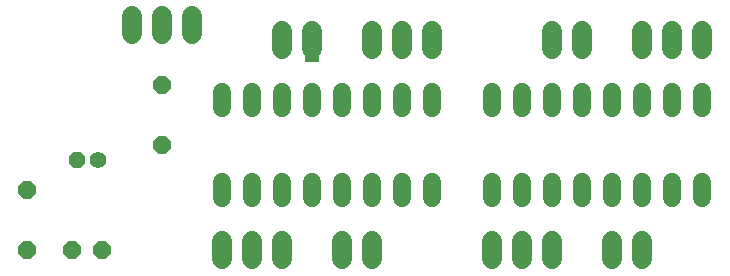
<source format=gbs>
G75*
G70*
%OFA0B0*%
%FSLAX24Y24*%
%IPPOS*%
%LPD*%
%AMOC8*
5,1,8,0,0,1.08239X$1,22.5*
%
%ADD10C,0.0600*%
%ADD11C,0.0680*%
%ADD12OC8,0.0600*%
%ADD13OC8,0.0560*%
%ADD14C,0.0560*%
%ADD15R,0.0476X0.0476*%
D10*
X007815Y003343D02*
X007815Y003863D01*
X008815Y003863D02*
X008815Y003343D01*
X009815Y003343D02*
X009815Y003863D01*
X010815Y003863D02*
X010815Y003343D01*
X011815Y003343D02*
X011815Y003863D01*
X012815Y003863D02*
X012815Y003343D01*
X013815Y003343D02*
X013815Y003863D01*
X014815Y003863D02*
X014815Y003343D01*
X016815Y003343D02*
X016815Y003863D01*
X017815Y003863D02*
X017815Y003343D01*
X018815Y003343D02*
X018815Y003863D01*
X019815Y003863D02*
X019815Y003343D01*
X020815Y003343D02*
X020815Y003863D01*
X021815Y003863D02*
X021815Y003343D01*
X022815Y003343D02*
X022815Y003863D01*
X023815Y003863D02*
X023815Y003343D01*
X023815Y006343D02*
X023815Y006863D01*
X022815Y006863D02*
X022815Y006343D01*
X021815Y006343D02*
X021815Y006863D01*
X020815Y006863D02*
X020815Y006343D01*
X019815Y006343D02*
X019815Y006863D01*
X018815Y006863D02*
X018815Y006343D01*
X017815Y006343D02*
X017815Y006863D01*
X016815Y006863D02*
X016815Y006343D01*
X014815Y006343D02*
X014815Y006863D01*
X013815Y006863D02*
X013815Y006343D01*
X012815Y006343D02*
X012815Y006863D01*
X011815Y006863D02*
X011815Y006343D01*
X010815Y006343D02*
X010815Y006863D01*
X009815Y006863D02*
X009815Y006343D01*
X008815Y006343D02*
X008815Y006863D01*
X007815Y006863D02*
X007815Y006343D01*
D11*
X009815Y008303D02*
X009815Y008903D01*
X010815Y008903D02*
X010815Y008303D01*
X012815Y008303D02*
X012815Y008903D01*
X013815Y008903D02*
X013815Y008303D01*
X014815Y008303D02*
X014815Y008903D01*
X018815Y008903D02*
X018815Y008303D01*
X019815Y008303D02*
X019815Y008903D01*
X021815Y008903D02*
X021815Y008303D01*
X022815Y008303D02*
X022815Y008903D01*
X023815Y008903D02*
X023815Y008303D01*
X021815Y001903D02*
X021815Y001303D01*
X020815Y001303D02*
X020815Y001903D01*
X018815Y001903D02*
X018815Y001303D01*
X017815Y001303D02*
X017815Y001903D01*
X016815Y001903D02*
X016815Y001303D01*
X012815Y001303D02*
X012815Y001903D01*
X011815Y001903D02*
X011815Y001303D01*
X009815Y001303D02*
X009815Y001903D01*
X008815Y001903D02*
X008815Y001303D01*
X007815Y001303D02*
X007815Y001903D01*
X006815Y008803D02*
X006815Y009403D01*
X005815Y009403D02*
X005815Y008803D01*
X004815Y008803D02*
X004815Y009403D01*
D12*
X001315Y001603D03*
X002815Y001603D03*
X003815Y001603D03*
X001315Y003603D03*
X005815Y005103D03*
X005815Y007103D03*
D13*
X002965Y004603D03*
D14*
X003665Y004603D03*
D15*
X010815Y008103D03*
M02*

</source>
